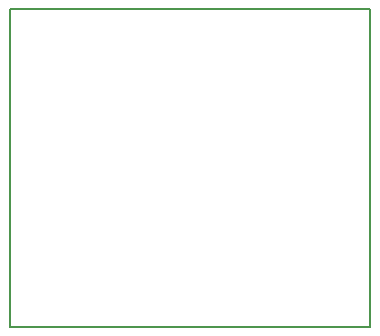
<source format=gbr>
G04 #@! TF.FileFunction,Profile,NP*
%FSLAX46Y46*%
G04 Gerber Fmt 4.6, Leading zero omitted, Abs format (unit mm)*
G04 Created by KiCad (PCBNEW (2014-11-24 BZR 5301)-product) date Sat Mar 28 18:02:59 2015*
%MOMM*%
G01*
G04 APERTURE LIST*
%ADD10C,0.100000*%
%ADD11C,0.150000*%
G04 APERTURE END LIST*
D10*
D11*
X122682000Y-80010000D02*
X122682000Y-106934000D01*
X153162000Y-80010000D02*
X122682000Y-80010000D01*
X153162000Y-106934000D02*
X153162000Y-80010000D01*
X122682000Y-106934000D02*
X153162000Y-106934000D01*
M02*

</source>
